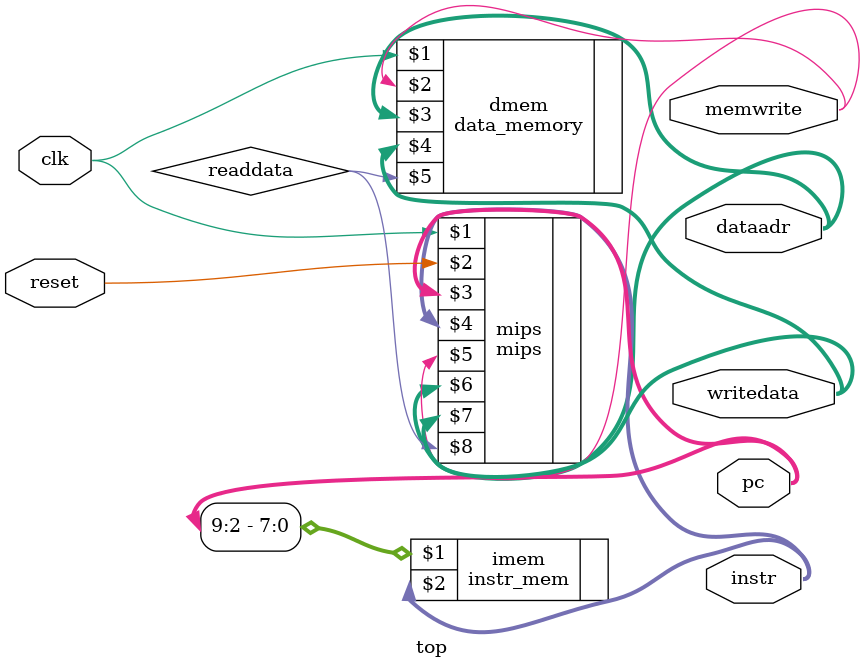
<source format=v>
`timescale 1ns / 1ps

    
//    wire [31:0] pc, instr, dataadr, writedata, readdata;
//    wire memwrite;
//    mips mips(
//        clk, 
//        reset, 
//        pc, 
//        instr, 
//        memwrite, 
//        dataadr, 
//        writedata, 
//        readdata
//    );
//    instr_mem imem(
//        pc[9:2], 
//        instr
//    );
//    data_memory dmem(
//        clk, 
//        memwrite, 
//        dataadr, 
//        writedata, 
//        readdata
//    );
//endmodule



// this module was commented cause it have signals for simulations purpouse only
module top(
    input wire clk, 
    input wire reset,
    output wire [31:0] pc,
    output wire [31:0] instr,
    output wire memwrite,
    output wire [31:0] dataadr,
    output wire [31:0] writedata
    );

    mips mips(
        clk, 
        reset, 
        pc, 
        instr, 
        memwrite, 
        dataadr, 
        writedata, 
        readdata
    );

    instr_mem imem(
        pc[9:2], 
        instr
    );

    data_memory dmem(
        clk, 
        memwrite, 
        dataadr, 
        writedata, 
        readdata
    );
endmodule




//module top(
//    input wire clk,
//    input wire reset,
//    output wire [31:0] reg2, reg3, reg4, reg5, reg7,
//    output wire [31:0] mem_out_80,
//    output wire [31:0] mem_out_84
//);

//    wire [31:0] pc, instr, dataadr, writedata, readdata;
//    wire memwrite;
//    wire [31:0] mem_80, mem_84;

//    mips mips(
//        clk,
//        reset,
//        pc,
//        instr,
//        memwrite,
//        dataadr,
//        writedata,
//        readdata,
//        reg2, reg3, reg4, reg5, reg7
//    );

//    instr_mem imem(
//        pc[9:2],
//        instr
//    );

//    data_memory dmem(
//        clk,
//        memwrite,
//        dataadr,
//        writedata,
//        readdata,
//        mem_80,
//        mem_84
//    );

//    assign mem_out_80 = mem_80;
//    assign mem_out_84 = mem_84;

//endmodule


</source>
